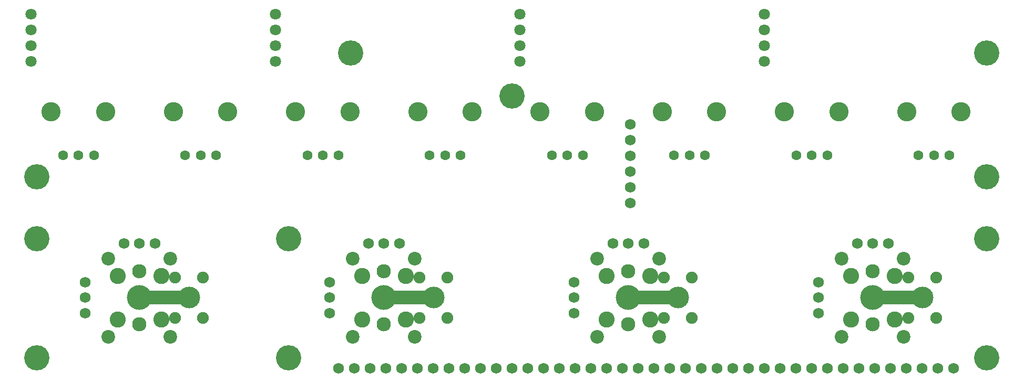
<source format=gbr>
G04 #@! TF.FileFunction,Soldermask,Bot*
%FSLAX46Y46*%
G04 Gerber Fmt 4.6, Leading zero omitted, Abs format (unit mm)*
G04 Created by KiCad (PCBNEW 4.0.4-stable) date 08/15/17 17:17:09*
%MOMM*%
%LPD*%
G01*
G04 APERTURE LIST*
%ADD10C,0.100000*%
%ADD11C,4.064000*%
%ADD12C,1.727200*%
%ADD13C,4.000000*%
%ADD14C,2.600000*%
%ADD15C,3.500000*%
%ADD16R,8.000000X2.200000*%
%ADD17C,2.200000*%
%ADD18C,1.900000*%
%ADD19C,2.300000*%
%ADD20C,1.800000*%
%ADD21C,3.100000*%
%ADD22C,1.600000*%
G04 APERTURE END LIST*
D10*
D11*
X80000000Y45220000D03*
X3500000Y32220000D03*
X156500000Y32220000D03*
X156500000Y3000000D03*
X44000000Y3000000D03*
X3500000Y3000000D03*
D12*
X77470000Y1270000D03*
X102870000Y1270000D03*
X59690000Y1270000D03*
X52070000Y1270000D03*
X54610000Y1270000D03*
X57150000Y1270000D03*
X62230000Y1270000D03*
X72390000Y1270000D03*
X64770000Y1270000D03*
X67310000Y1270000D03*
X69850000Y1270000D03*
X74930000Y1270000D03*
X85090000Y1270000D03*
X77470000Y1270000D03*
X80010000Y1270000D03*
X82550000Y1270000D03*
X87630000Y1270000D03*
X97790000Y1270000D03*
X90170000Y1270000D03*
X92710000Y1270000D03*
X95250000Y1270000D03*
X100330000Y1270000D03*
X110490000Y1270000D03*
X102870000Y1270000D03*
X105410000Y1270000D03*
X107950000Y1270000D03*
X113030000Y1270000D03*
X123190000Y1270000D03*
X115570000Y1270000D03*
X118110000Y1270000D03*
X120650000Y1270000D03*
X125730000Y1270000D03*
X135890000Y1270000D03*
X128270000Y1270000D03*
X130810000Y1270000D03*
X133350000Y1270000D03*
X138430000Y1270000D03*
X148590000Y1270000D03*
X140970000Y1270000D03*
X143510000Y1270000D03*
X146050000Y1270000D03*
X151130000Y1270000D03*
D11*
X3500000Y22220000D03*
X156500000Y22220000D03*
X156500000Y52220000D03*
X54000000Y52220000D03*
X44000000Y22220000D03*
D13*
X98742500Y12700000D03*
D14*
X95242500Y16200000D03*
X95242500Y9200000D03*
X102242500Y9200000D03*
X102242500Y16200000D03*
D15*
X106742500Y12700000D03*
D16*
X102742500Y12700000D03*
D17*
X93742500Y6375000D03*
X93742500Y19025000D03*
X103742500Y6375000D03*
X103742500Y19025000D03*
D12*
X90012500Y12700000D03*
X90012500Y15200000D03*
X90012500Y10200000D03*
D18*
X104492500Y9450000D03*
X108992500Y9450000D03*
X104492500Y15950000D03*
X108992500Y15950000D03*
D19*
X98742500Y8400000D03*
X98742500Y17000000D03*
D12*
X98742500Y21430000D03*
X101242500Y21430000D03*
X96242500Y21430000D03*
D13*
X138112500Y12700000D03*
D14*
X134612500Y16200000D03*
X134612500Y9200000D03*
X141612500Y9200000D03*
X141612500Y16200000D03*
D15*
X146112500Y12700000D03*
D16*
X142112500Y12700000D03*
D17*
X133112500Y6375000D03*
X133112500Y19025000D03*
X143112500Y6375000D03*
X143112500Y19025000D03*
D12*
X129382500Y12700000D03*
X129382500Y15200000D03*
X129382500Y10200000D03*
D18*
X143862500Y9450000D03*
X148362500Y9450000D03*
X143862500Y15950000D03*
X148362500Y15950000D03*
D19*
X138112500Y8400000D03*
X138112500Y17000000D03*
D12*
X138112500Y21430000D03*
X140612500Y21430000D03*
X135612500Y21430000D03*
D13*
X20002500Y12700000D03*
D14*
X16502500Y16200000D03*
X16502500Y9200000D03*
X23502500Y9200000D03*
X23502500Y16200000D03*
D15*
X28002500Y12700000D03*
D16*
X24002500Y12700000D03*
D17*
X15002500Y6375000D03*
X15002500Y19025000D03*
X25002500Y6375000D03*
X25002500Y19025000D03*
D12*
X11272500Y12700000D03*
X11272500Y15200000D03*
X11272500Y10200000D03*
D18*
X25752500Y9450000D03*
X30252500Y9450000D03*
X25752500Y15950000D03*
X30252500Y15950000D03*
D19*
X20002500Y8400000D03*
X20002500Y17000000D03*
D12*
X20002500Y21430000D03*
X22502500Y21430000D03*
X17502500Y21430000D03*
D13*
X59372500Y12700000D03*
D14*
X55872500Y16200000D03*
X55872500Y9200000D03*
X62872500Y9200000D03*
X62872500Y16200000D03*
D15*
X67372500Y12700000D03*
D16*
X63372500Y12700000D03*
D17*
X54372500Y6375000D03*
X54372500Y19025000D03*
X64372500Y6375000D03*
X64372500Y19025000D03*
D12*
X50642500Y12700000D03*
X50642500Y15200000D03*
X50642500Y10200000D03*
D18*
X65122500Y9450000D03*
X69622500Y9450000D03*
X65122500Y15950000D03*
X69622500Y15950000D03*
D19*
X59372500Y8400000D03*
X59372500Y17000000D03*
D12*
X59372500Y21430000D03*
X61872500Y21430000D03*
X56872500Y21430000D03*
D20*
X2540000Y50800000D03*
X2540000Y53340000D03*
X2540000Y55880000D03*
X2540000Y58420000D03*
X41910000Y50800000D03*
X41910000Y53340000D03*
X41910000Y55880000D03*
X41910000Y58420000D03*
X81280000Y50800000D03*
X81280000Y53340000D03*
X81280000Y55880000D03*
X81280000Y58420000D03*
X120650000Y50800000D03*
X120650000Y53340000D03*
X120650000Y55880000D03*
X120650000Y58420000D03*
D21*
X143560800Y42700000D03*
X152349200Y42700000D03*
D22*
X145455000Y35689600D03*
X147955000Y35689600D03*
X150455000Y35689600D03*
D21*
X123875800Y42700000D03*
X132664200Y42700000D03*
D22*
X125770000Y35689600D03*
X128270000Y35689600D03*
X130770000Y35689600D03*
D21*
X104190800Y42700000D03*
X112979200Y42700000D03*
D22*
X106085000Y35689600D03*
X108585000Y35689600D03*
X111085000Y35689600D03*
D21*
X84505800Y42700000D03*
X93294200Y42700000D03*
D22*
X86400000Y35689600D03*
X88900000Y35689600D03*
X91400000Y35689600D03*
D21*
X64820800Y42700000D03*
X73609200Y42700000D03*
D22*
X66715000Y35689600D03*
X69215000Y35689600D03*
X71715000Y35689600D03*
D21*
X45135800Y42700000D03*
X53924200Y42700000D03*
D22*
X47030000Y35689600D03*
X49530000Y35689600D03*
X52030000Y35689600D03*
D21*
X25450800Y42700000D03*
X34239200Y42700000D03*
D22*
X27345000Y35689600D03*
X29845000Y35689600D03*
X32345000Y35689600D03*
D21*
X5765800Y42700000D03*
X14554200Y42700000D03*
D22*
X7660000Y35689600D03*
X10160000Y35689600D03*
X12660000Y35689600D03*
D12*
X99060000Y38100000D03*
X99060000Y27940000D03*
X99060000Y30480000D03*
X99060000Y33020000D03*
X99060000Y35560000D03*
X99060000Y40640000D03*
M02*

</source>
